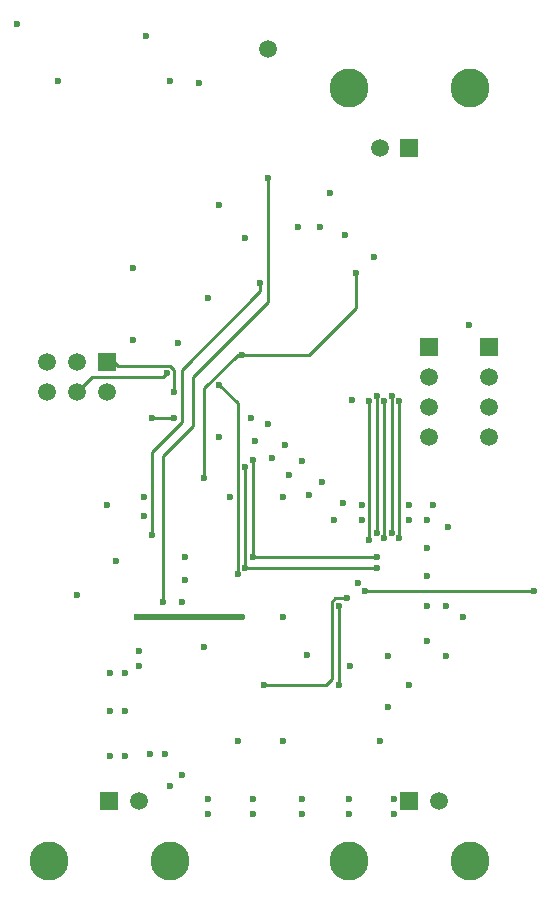
<source format=gbl>
G04 DipTrace 2.4.0.1*
%INtsunami.back.gbl*%
%MOIN*%
%ADD14C,0.01*%
%ADD15C,0.02*%
%ADD26R,0.0591X0.0591*%
%ADD28C,0.0591*%
%ADD34C,0.0236*%
%ADD44C,0.1299*%
%FSLAX44Y44*%
G04*
G70*
G90*
G75*
G01*
%LNBottom*%
%LPD*%
X13187Y14937D2*
D15*
X9687D1*
X18437Y17562D2*
D14*
Y22125D1*
X18187Y17750D2*
Y22312D1*
X13062Y16375D2*
Y22062D1*
X12437Y22687D1*
X11937Y19562D2*
Y22562D1*
X13062Y23687D1*
X13187D1*
X17000Y26406D2*
Y25250D1*
X15437Y23687D1*
X13187D1*
X17437Y22125D2*
Y17500D1*
X17687Y22312D2*
Y17750D1*
X17937Y22125D2*
Y17562D1*
X8687Y23437D2*
X8937D1*
X9062Y23312D1*
X10812D1*
X10937Y23187D1*
Y22437D1*
X13562Y20187D2*
Y16937D1*
X17687D1*
X7687Y22437D2*
X8187Y22937D1*
X10562D1*
X10687Y23062D1*
X16437Y15312D2*
Y12687D1*
X16687Y15562D2*
X16312D1*
X16187Y15437D1*
Y12875D1*
X16000Y12687D1*
X13937D1*
X14062Y29562D2*
Y25437D1*
X11562Y22937D1*
Y21312D1*
X10562Y20312D1*
Y15437D1*
X10937Y21562D2*
X10187D1*
X17687Y16562D2*
X13312D1*
Y19937D1*
X17312Y15812D2*
X22937D1*
X13812Y26062D2*
Y25812D1*
X11187Y23187D1*
Y21437D1*
X10187Y20437D1*
Y17687D1*
D34*
X14562Y10812D3*
X18062Y11937D3*
X11312Y16187D3*
X9937Y18937D3*
X14562D3*
X9011Y16789D3*
X11750Y32750D3*
X12437Y20937D3*
X20562Y14937D3*
X9562Y26562D3*
X15812Y27937D3*
X12062Y25562D3*
X16625Y27687D3*
X11081Y24062D3*
X16812Y13312D3*
X13187Y14937D3*
X9687D3*
X18437Y17562D3*
Y22125D3*
X18187Y17750D3*
Y22312D3*
X13062Y16375D3*
X12437Y22687D3*
X11937Y19562D3*
X13187Y23687D3*
X17000Y26406D3*
X13062Y10812D3*
X11937Y13937D3*
X11187Y15437D3*
X14562Y14937D3*
X15352Y13687D3*
X17812Y10812D3*
X18772Y12687D3*
X11312Y16937D3*
X9937Y18312D3*
X12812Y18937D3*
X7687Y15687D3*
X17062Y16062D3*
X8687Y18687D3*
X9562Y24187D3*
X16876Y22187D3*
X5688Y34688D3*
X10000Y34318D3*
X7062Y32812D3*
X10812D3*
X12437Y28687D3*
X15062Y27937D3*
X13312Y27562D3*
X16125Y29062D3*
X17584Y26937D3*
X20750Y24687D3*
X17437Y22125D3*
Y17500D3*
X17687Y22312D3*
Y17750D3*
X17937Y22125D3*
Y17562D3*
X10937Y22437D3*
X13562Y20187D3*
X17687Y16937D3*
X13562D3*
X10687Y23062D3*
X16437Y12687D3*
Y15312D3*
X13937Y12687D3*
X16687Y15562D3*
X14062Y29562D3*
X10562Y15437D3*
X10937Y21562D3*
X10187D3*
X17687Y16562D3*
X13312Y19937D3*
Y16562D3*
X17312Y15812D3*
X22937D3*
X13812Y26062D3*
X10187Y17687D3*
X15875Y19437D3*
X13500Y21562D3*
X14062Y21375D3*
X16562Y18750D3*
X19562Y18687D3*
X16250Y18187D3*
X19375D3*
X20062Y17937D3*
X19375Y14125D3*
X20000Y13625D3*
X15187Y20125D3*
X14750Y19687D3*
X14625Y20687D3*
X14187Y20250D3*
X13625Y20812D3*
X15437Y19000D3*
X17187Y18187D3*
Y18687D3*
X18750D3*
Y18187D3*
X19375Y16312D3*
Y17250D3*
Y15312D3*
X20000D3*
X18062Y13625D3*
X9750Y13312D3*
Y13812D3*
X9312Y13062D3*
X8812D3*
Y10312D3*
X9312D3*
X8812Y11812D3*
X9312D3*
X10125Y10375D3*
X10625D3*
X12062Y8875D3*
Y8375D3*
X11187Y9687D3*
X10812Y9312D3*
X18250Y8875D3*
Y8375D3*
X15187Y8875D3*
Y8375D3*
X16750Y8875D3*
Y8375D3*
X13562Y8875D3*
Y8375D3*
D26*
X8687Y23437D3*
D28*
Y22437D3*
X7687Y23437D3*
Y22437D3*
X6687Y23437D3*
Y22437D3*
D26*
X18780Y30562D3*
D28*
X17795D3*
D44*
X20787Y32570D3*
X16772D3*
D26*
X19437Y23937D3*
D28*
Y22937D3*
Y21937D3*
Y20937D3*
D26*
X21437Y23937D3*
D28*
Y22937D3*
Y21937D3*
Y20937D3*
D26*
X8780Y8812D3*
D28*
X9764D3*
D44*
X6772Y6804D3*
X10787D3*
D26*
X18780Y8812D3*
D28*
X19764D3*
D44*
X16772Y6804D3*
X20787D3*
D28*
X14062Y33877D3*
M02*

</source>
